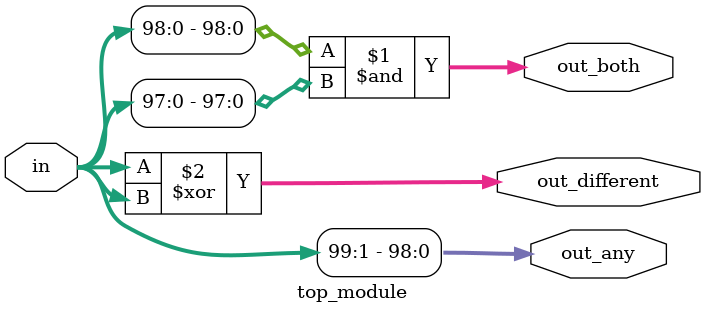
<source format=sv>
module top_module (
    input [99:0] in,
    output [98:0] out_both,
    output [99:1] out_any,
    output [99:0] out_different
);

    assign out_both = in[98:0] & in[97:0];
    
    assign out_any = {in[0], in[1:99]};
    
    assign out_different = in ^ {in[99], in[98:0]};

endmodule

</source>
